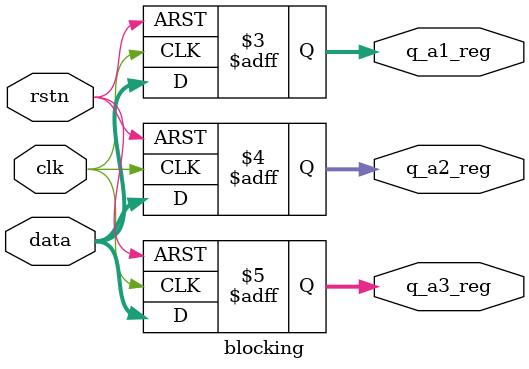
<source format=v>
`timescale 1 ns/1 ns


module blocking( data, clk, rstn, q_a1_reg, q_a2_reg, q_a3_reg );
	input   [7:0] data;
	input   rstn, clk;
    output  [7:0] q_a1_reg, q_a2_reg, q_a3_reg;
    reg		[7:0] q_a1_reg, q_a2_reg, q_a3_reg;
	
	 //test1
	always@(posedge clk or negedge rstn)
	begin
		if(!rstn)begin
			q_a1_reg = 8'h00;
			q_a2_reg = 8'h00;
			q_a3_reg = 8'h00;
			end
		else begin
			q_a1_reg = data;
			 q_a2_reg = #5 q_a1_reg;
			#10 q_a3_reg = q_a2_reg;
			end
	end
	
	
	/*/test2
	
	always@(posedge clk or negedge rstn)
	begin
		if(!rstn) begin
			q_a1_reg = 'b0;
			q_a2_reg = 'h00;
			q_a3_reg = 'h00;
			end
 		else    begin
			q_a3_reg = q_a2_reg;
			q_a2_reg = q_a1_reg;
			q_a1_reg = data;
			end
	end
	*/
	
endmodule

</source>
